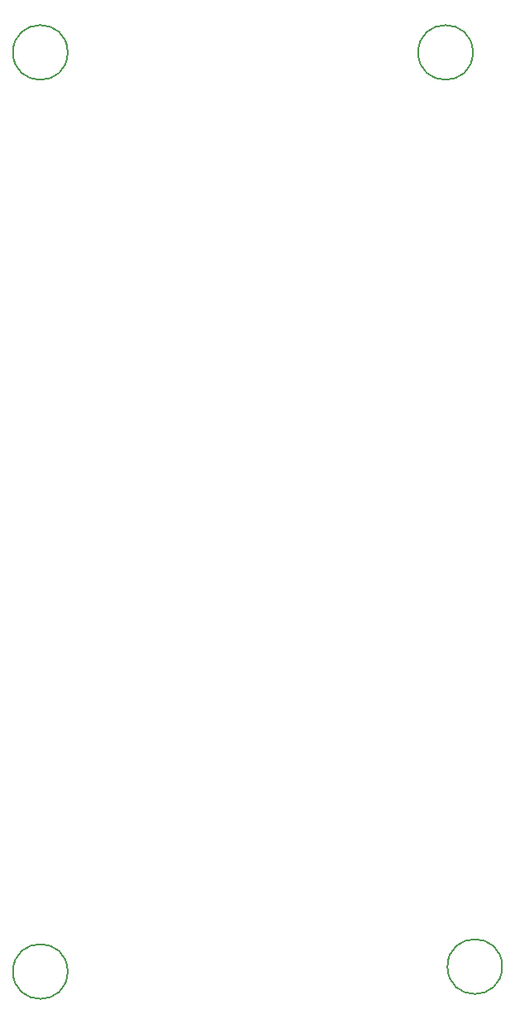
<source format=gbr>
%TF.GenerationSoftware,KiCad,Pcbnew,8.0.6*%
%TF.CreationDate,2024-10-26T18:15:51+02:00*%
%TF.ProjectId,megacard5_reference_design,6d656761-6361-4726-9435-5f7265666572,1.0*%
%TF.SameCoordinates,Original*%
%TF.FileFunction,Other,Comment*%
%FSLAX46Y46*%
G04 Gerber Fmt 4.6, Leading zero omitted, Abs format (unit mm)*
G04 Created by KiCad (PCBNEW 8.0.6) date 2024-10-26 18:15:51*
%MOMM*%
%LPD*%
G01*
G04 APERTURE LIST*
%ADD10C,0.150000*%
G04 APERTURE END LIST*
D10*
%TO.C,H3*%
X110300000Y-126500000D02*
G75*
G02*
X104700000Y-126500000I-2800000J0D01*
G01*
X104700000Y-126500000D02*
G75*
G02*
X110300000Y-126500000I2800000J0D01*
G01*
%TO.C,H4*%
X65800000Y-127000000D02*
G75*
G02*
X60200000Y-127000000I-2800000J0D01*
G01*
X60200000Y-127000000D02*
G75*
G02*
X65800000Y-127000000I2800000J0D01*
G01*
%TO.C,H2*%
X107300000Y-33000000D02*
G75*
G02*
X101700000Y-33000000I-2800000J0D01*
G01*
X101700000Y-33000000D02*
G75*
G02*
X107300000Y-33000000I2800000J0D01*
G01*
%TO.C,H1*%
X65800000Y-33000000D02*
G75*
G02*
X60200000Y-33000000I-2800000J0D01*
G01*
X60200000Y-33000000D02*
G75*
G02*
X65800000Y-33000000I2800000J0D01*
G01*
%TD*%
M02*

</source>
